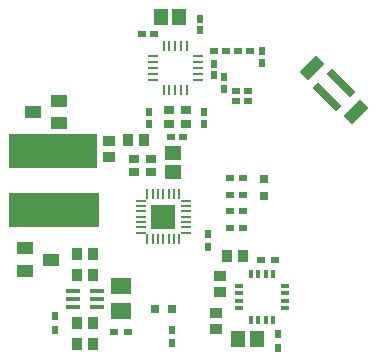
<source format=gtp>
G04 Layer_Color=8421504*
%FSLAX25Y25*%
%MOIN*%
G70*
G01*
G75*
%ADD11R,0.03150X0.03150*%
%ADD12R,0.03150X0.03150*%
%ADD13R,0.02953X0.02362*%
%ADD14R,0.02362X0.02953*%
%ADD15R,0.03543X0.03937*%
%ADD16R,0.01200X0.02800*%
%ADD17R,0.02800X0.01200*%
%ADD18R,0.03937X0.03543*%
%ADD19R,0.05118X0.05512*%
%ADD20R,0.04600X0.01400*%
%ADD21R,0.05512X0.03937*%
%ADD22R,0.29921X0.11417*%
%ADD23R,0.29528X0.11417*%
G04:AMPARAMS|DCode=24|XSize=39.37mil|YSize=78.74mil|CornerRadius=0mil|HoleSize=0mil|Usage=FLASHONLY|Rotation=315.000|XOffset=0mil|YOffset=0mil|HoleType=Round|Shape=Rectangle|*
%AMROTATEDRECTD24*
4,1,4,-0.04176,-0.01392,0.01392,0.04176,0.04176,0.01392,-0.01392,-0.04176,-0.04176,-0.01392,0.0*
%
%ADD24ROTATEDRECTD24*%

G04:AMPARAMS|DCode=25|XSize=110.24mil|YSize=27.56mil|CornerRadius=0mil|HoleSize=0mil|Usage=FLASHONLY|Rotation=315.000|XOffset=0mil|YOffset=0mil|HoleType=Round|Shape=Rectangle|*
%AMROTATEDRECTD25*
4,1,4,-0.04872,0.02923,-0.02923,0.04872,0.04872,-0.02923,0.02923,-0.04872,-0.04872,0.02923,0.0*
%
%ADD25ROTATEDRECTD25*%

%ADD26R,0.05512X0.05118*%
%ADD27R,0.03504X0.03110*%
%ADD28R,0.07047X0.05709*%
%ADD29R,0.07874X0.07874*%
%ADD30O,0.03347X0.00984*%
%ADD31O,0.00984X0.03347*%
%ADD32R,0.02000X0.02500*%
%ADD33R,0.02500X0.02000*%
%ADD34R,0.03307X0.00984*%
%ADD35R,0.00984X0.03307*%
D11*
X-58223Y-67088D02*
D03*
X-52317D02*
D03*
D12*
X-21717Y-29383D02*
D03*
Y-23477D02*
D03*
D13*
X-33217Y-23383D02*
D03*
X-28690D02*
D03*
X-33217Y-28916D02*
D03*
X-28690D02*
D03*
X-33217Y-34449D02*
D03*
X-28690D02*
D03*
X-33217Y-39983D02*
D03*
X-28690D02*
D03*
X-22745Y-50683D02*
D03*
X-18217D02*
D03*
X-67154Y-74583D02*
D03*
X-71681D02*
D03*
D14*
X-40317Y-41919D02*
D03*
Y-46446D02*
D03*
X-17217Y-75419D02*
D03*
Y-79947D02*
D03*
X-52317Y-78447D02*
D03*
Y-73919D02*
D03*
X-91417Y-69319D02*
D03*
Y-73847D02*
D03*
D15*
X-34017Y-49383D02*
D03*
X-28702D02*
D03*
X-84075Y-55583D02*
D03*
X-78760D02*
D03*
X-67075Y-10583D02*
D03*
X-61760D02*
D03*
X-84075Y-48583D02*
D03*
X-78760D02*
D03*
Y-78583D02*
D03*
X-84075D02*
D03*
X-78760Y-71583D02*
D03*
X-84075D02*
D03*
D16*
X-18617Y-70583D02*
D03*
X-21117D02*
D03*
X-23717D02*
D03*
X-26217D02*
D03*
Y-55383D02*
D03*
X-23717D02*
D03*
X-21117D02*
D03*
X-18617D02*
D03*
D17*
X-30017Y-66783D02*
D03*
Y-64283D02*
D03*
Y-61683D02*
D03*
Y-59183D02*
D03*
X-14817D02*
D03*
Y-61683D02*
D03*
Y-64283D02*
D03*
Y-66783D02*
D03*
D18*
X-36417Y-55983D02*
D03*
Y-61298D02*
D03*
X-37817Y-73740D02*
D03*
Y-68425D02*
D03*
X-73317Y-11025D02*
D03*
Y-16340D02*
D03*
D19*
X-30567Y-76983D02*
D03*
X-24268D02*
D03*
X-49968Y30517D02*
D03*
X-56267D02*
D03*
D20*
X-85517Y-60983D02*
D03*
Y-63583D02*
D03*
Y-66183D02*
D03*
X-77317D02*
D03*
Y-63583D02*
D03*
Y-60983D02*
D03*
D21*
X-101548Y-46742D02*
D03*
Y-54223D02*
D03*
X-92887Y-50483D02*
D03*
X-90017Y-4983D02*
D03*
Y2498D02*
D03*
X-98679Y-1242D02*
D03*
D22*
X-91821Y-33883D02*
D03*
D23*
X-92017Y-14383D02*
D03*
D24*
X-5738Y13238D02*
D03*
X8738Y-1238D02*
D03*
D25*
X3866Y8366D02*
D03*
X-866Y3634D02*
D03*
D26*
X-52117Y-14833D02*
D03*
Y-21132D02*
D03*
D27*
X-59502Y-16958D02*
D03*
X-65132D02*
D03*
X-59502Y-21407D02*
D03*
X-65132D02*
D03*
X-47687Y-734D02*
D03*
X-53317D02*
D03*
X-47687Y-5183D02*
D03*
X-53317D02*
D03*
D28*
X-69417Y-67736D02*
D03*
Y-59429D02*
D03*
D29*
X-55317Y-36183D02*
D03*
D30*
X-47837Y-30868D02*
D03*
Y-32639D02*
D03*
Y-34411D02*
D03*
Y-36183D02*
D03*
Y-37954D02*
D03*
Y-39726D02*
D03*
Y-41498D02*
D03*
X-62798D02*
D03*
Y-39726D02*
D03*
Y-37954D02*
D03*
Y-36183D02*
D03*
Y-34411D02*
D03*
Y-32639D02*
D03*
Y-30868D02*
D03*
D31*
X-50002Y-43663D02*
D03*
X-51774D02*
D03*
X-53546D02*
D03*
X-55317D02*
D03*
X-57089D02*
D03*
X-58861D02*
D03*
X-60632D02*
D03*
Y-28702D02*
D03*
X-58861D02*
D03*
X-57089D02*
D03*
X-55317D02*
D03*
X-53546D02*
D03*
X-51774D02*
D03*
X-50002D02*
D03*
D32*
X-41617Y-5183D02*
D03*
Y-1246D02*
D03*
X-60017Y-5183D02*
D03*
Y-1246D02*
D03*
X-22510Y18924D02*
D03*
Y14987D02*
D03*
X-38510Y14861D02*
D03*
Y10924D02*
D03*
X-35010Y6424D02*
D03*
Y10361D02*
D03*
X-43010Y25924D02*
D03*
Y29861D02*
D03*
D33*
X-58517Y24717D02*
D03*
X-62454D02*
D03*
X-27073Y5861D02*
D03*
X-31010D02*
D03*
X-27073Y2361D02*
D03*
X-31010D02*
D03*
X-26573Y18924D02*
D03*
X-30510D02*
D03*
X-38447D02*
D03*
X-34510D02*
D03*
X-52754Y-9683D02*
D03*
X-48817D02*
D03*
D34*
X-58810Y17361D02*
D03*
Y15393D02*
D03*
Y13424D02*
D03*
Y11456D02*
D03*
Y9487D02*
D03*
X-43824D02*
D03*
Y11456D02*
D03*
Y13424D02*
D03*
Y15393D02*
D03*
Y17361D02*
D03*
D35*
X-55254Y5931D02*
D03*
X-53286D02*
D03*
X-51317D02*
D03*
X-49349D02*
D03*
X-47380D02*
D03*
Y20817D02*
D03*
X-49349D02*
D03*
X-51317D02*
D03*
X-53286D02*
D03*
X-55254D02*
D03*
M02*

</source>
